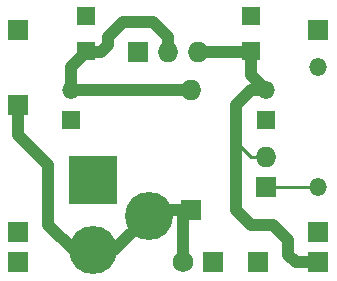
<source format=gtl>
G04 (created by PCBNEW (22-Jun-2014 BZR 4027)-stable) date Sun 09 Jul 2017 03:14:30 PM CDT*
%MOIN*%
G04 Gerber Fmt 3.4, Leading zero omitted, Abs format*
%FSLAX34Y34*%
G01*
G70*
G90*
G04 APERTURE LIST*
%ADD10C,0.00590551*%
%ADD11R,0.069X0.069*%
%ADD12O,0.069X0.069*%
%ADD13C,0.069*%
%ADD14O,0.059X0.059*%
%ADD15R,0.059X0.064*%
%ADD16R,0.16X0.16*%
%ADD17C,0.16*%
%ADD18R,0.059X0.059*%
%ADD19C,0.03*%
%ADD20C,0.04*%
%ADD21C,0.01*%
G04 APERTURE END LIST*
G54D10*
G54D11*
X102000Y-45000D03*
G54D12*
X103000Y-45000D03*
X104000Y-45000D03*
G54D11*
X104500Y-52000D03*
G54D13*
X103500Y-52000D03*
G54D11*
X106000Y-52000D03*
X98000Y-46750D03*
X108000Y-52000D03*
X108000Y-51000D03*
X108000Y-44250D03*
X98000Y-44250D03*
G54D14*
X108000Y-45500D03*
X108000Y-49500D03*
G54D11*
X106250Y-49500D03*
G54D12*
X106250Y-48500D03*
G54D11*
X103750Y-50250D03*
G54D12*
X103750Y-46250D03*
G54D15*
X100250Y-43800D03*
X100250Y-44950D03*
X105750Y-43800D03*
X105750Y-44950D03*
G54D16*
X100500Y-49250D03*
G54D17*
X100500Y-51600D03*
X102350Y-50450D03*
G54D11*
X98000Y-52000D03*
X98000Y-51000D03*
G54D18*
X99750Y-47250D03*
G54D14*
X99750Y-46250D03*
G54D18*
X106250Y-47250D03*
G54D14*
X106250Y-46250D03*
G54D19*
X100750Y-49000D02*
X100500Y-49250D01*
G54D20*
X100250Y-45000D02*
X100750Y-45000D01*
X103000Y-44500D02*
X103000Y-45000D01*
X102500Y-44000D02*
X103000Y-44500D01*
X102000Y-44000D02*
X102500Y-44000D01*
X101500Y-44000D02*
X102000Y-44000D01*
X101000Y-44500D02*
X101500Y-44000D01*
X101000Y-44750D02*
X101000Y-44500D01*
X100750Y-45000D02*
X101000Y-44750D01*
X103750Y-46250D02*
X99750Y-46250D01*
X99750Y-46250D02*
X99750Y-45500D01*
X99750Y-45500D02*
X100250Y-45000D01*
X100500Y-51600D02*
X99850Y-51600D01*
X98000Y-47750D02*
X98000Y-46750D01*
X99000Y-48750D02*
X98000Y-47750D01*
X99000Y-50750D02*
X99000Y-48750D01*
X99850Y-51600D02*
X99000Y-50750D01*
X102350Y-50450D02*
X101200Y-51600D01*
X101200Y-51600D02*
X100500Y-51600D01*
X103500Y-52000D02*
X103500Y-50500D01*
X103500Y-50500D02*
X103750Y-50250D01*
X103750Y-50250D02*
X102550Y-50250D01*
X102550Y-50250D02*
X102350Y-50450D01*
G54D21*
X106250Y-49500D02*
X108000Y-49500D01*
X106250Y-48500D02*
X105750Y-48500D01*
X105750Y-48500D02*
X105250Y-48000D01*
G54D20*
X106250Y-46250D02*
X105750Y-46250D01*
X107250Y-52000D02*
X108000Y-52000D01*
X107000Y-51750D02*
X107250Y-52000D01*
X107000Y-51250D02*
X107000Y-51750D01*
X106500Y-50750D02*
X107000Y-51250D01*
X105750Y-50750D02*
X106500Y-50750D01*
X105250Y-50250D02*
X105750Y-50750D01*
X105250Y-46750D02*
X105250Y-48000D01*
X105250Y-48000D02*
X105250Y-50250D01*
X105750Y-46250D02*
X105250Y-46750D01*
X105750Y-45000D02*
X105750Y-45750D01*
X105750Y-45750D02*
X106250Y-46250D01*
X104000Y-45000D02*
X105750Y-45000D01*
M02*

</source>
